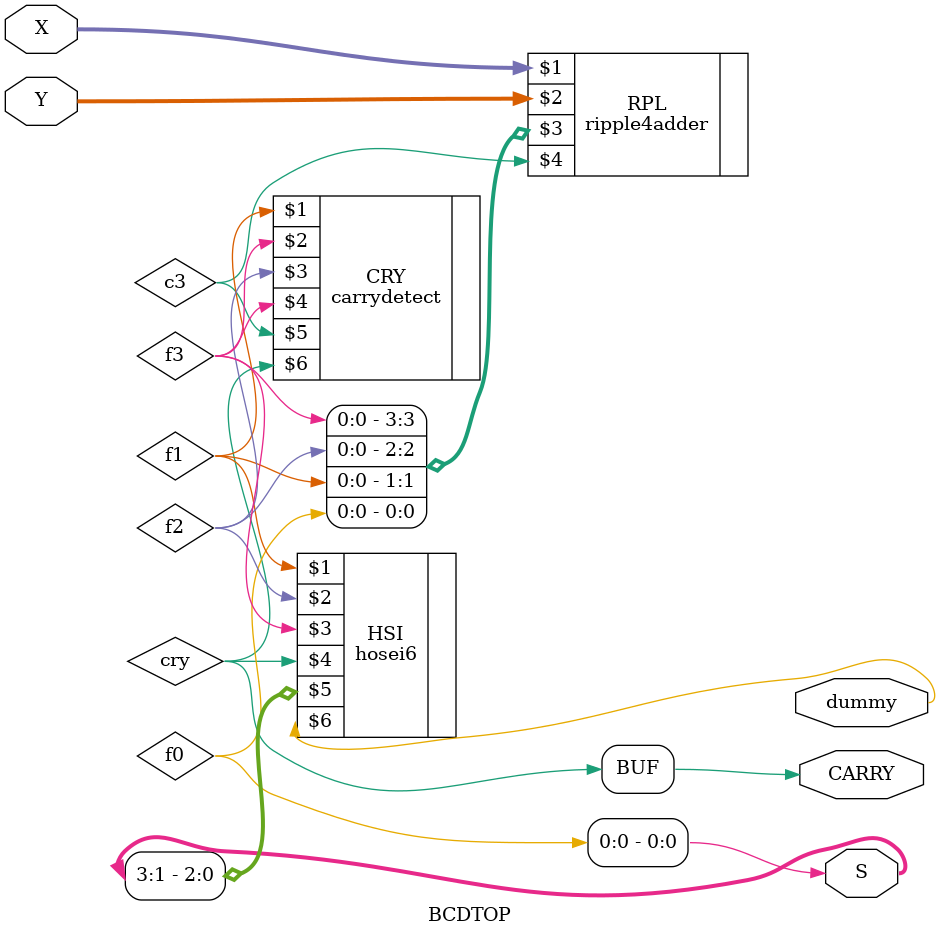
<source format=v>
module BCDTOP(X, Y, S, CARRY, dummy);

input [3:0] X, Y;
output [3:0] S;
output CARRY, dummy;
wire f0, f1, f2, f3, c3, cry;

ripple4adder RPL(X, Y, {f3,f2,f1,f0}, c3);
carrydetect CRY(f1, f3, f2, f3, c3, cry);
hosei6 HSI(f1, f2, f3, cry, S[3:1], dummy);

assign S[0] = f0;
assign CARRY = cry;

endmodule
</source>
